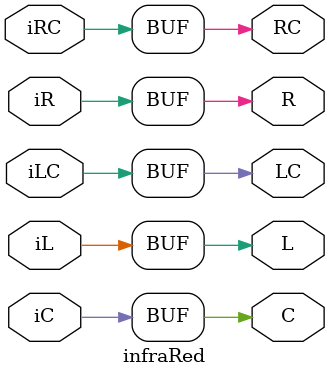
<source format=v>
`timescale 1ns / 1ps


module infraRed(input iR, 
input iRC, 
input iC, 
input iLC, 
input iL, 
output reg L, 
output reg LC, 
output reg C, 
output reg RC, 
output reg R);

always @* begin
    L = iL;
    LC = iLC;
    C = iC;
    RC = iRC;
    R = iR;
end

endmodule

</source>
